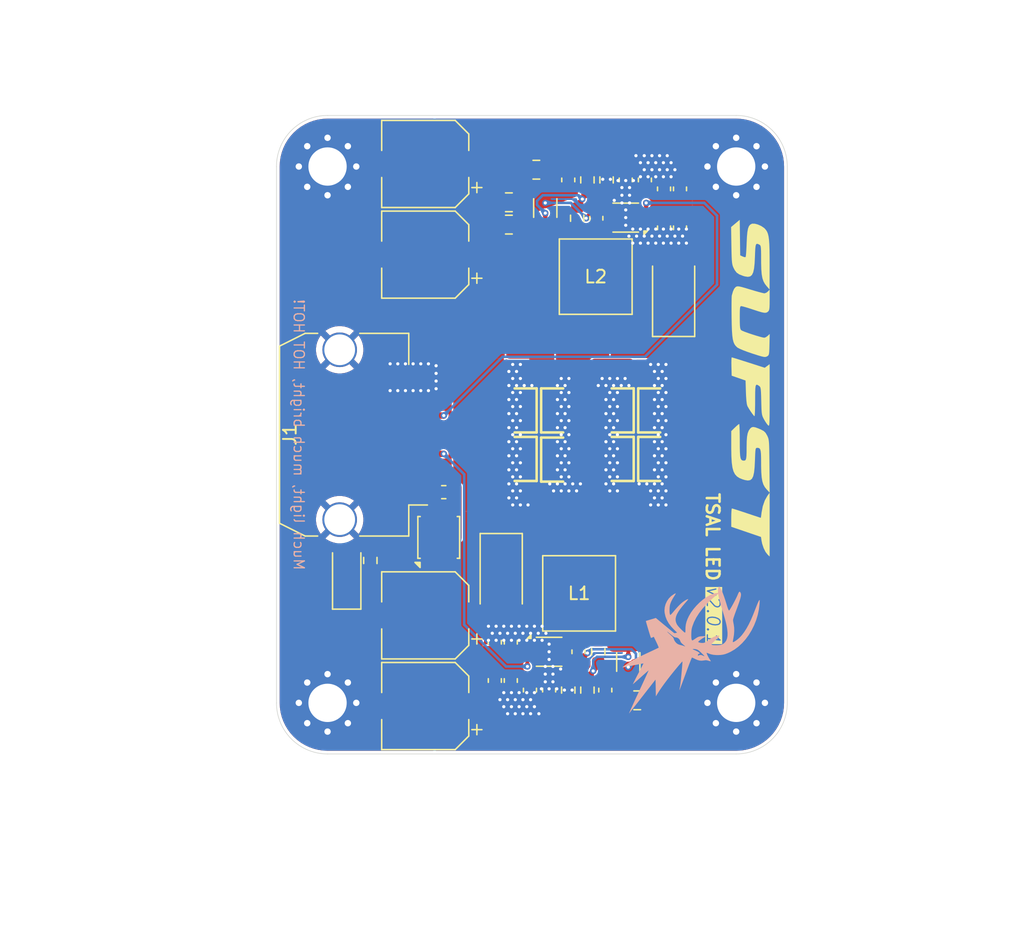
<source format=kicad_pcb>
(kicad_pcb (version 20241229) (generator "pcbnew") (generator_version "9.0")
  (title_block (title "TSAL LED Driver") (date "2025-12-06") (rev "2.0.1") (comment 1 "STAG 12") (comment 2 "Ray Wang"))
  (layers (0 "F.Cu" signal) (4 "In1.Cu" signal) (6 "In2.Cu" signal) (2 "B.Cu" signal) (13 "F.Paste" user) (15 "B.Paste" user) (5 "F.SilkS" user "F.Silkscreen") (7 "B.SilkS" user "B.Silkscreen") (1 "F.Mask" user) (3 "B.Mask" user) (25 "Edge.Cuts" user))
  (net 0 "")
  (net 1 "GLV")
  (net 2 "Net-(IC1-CSN)")
  (net 3 "GND")
  (net 4 "Net-(IC1-VCC)")
  (net 5 "Net-(C11-Pad1)")
  (net 6 "Net-(D1-A)")
  (net 7 "Net-(C12-Pad1)")
  (net 8 "Net-(IC1-COMP)")
  (net 9 "Net-(L1-Pad2)")
  (net 10 "/GRN-")
  (net 11 "/G_EN")
  (net 12 "/R_EN")
  (net 13 "Net-(IC2-VCC)")
  (net 14 "Net-(D2-A)")
  (net 15 "Net-(IC2-CSN)")
  (net 16 "/RED-")
  (net 17 "Net-(D3-K)")
  (net 18 "Net-(D10-A)")
  (net 19 "Net-(IC2-COMP)")
  (net 20 "Net-(L2-Pad2)")
  (net 21 "/RPP_G")
  (net 22 "/Vin")
  (net 23 "/Vin_fused")
  (footprint "MountingHole:MountingHole_3mm_Pad_Via" (layer "F.Cu") (at 147.15 40)
    (property "Reference" "H2" (hide yes))
    (property "Value" "MountingHole_Pad")
  )
  (footprint "MountingHole:MountingHole_3mm_Pad_Via" (layer "F.Cu") (at 179.15 40)
    (property "Reference" "H3" (hide yes))
    (property "Value" "MountingHole_Pad")
  )
  (footprint "Resistor_SMD:R_1206_3216Metric" (layer "F.Cu") (at 170.7 78.8 -90)
    (property "Reference" "R7" (hide yes))
    (property "Value" "200m")
  )
  (footprint "Capacitor_SMD:C_0603_1608Metric" (layer "F.Cu") (at 174.75 44.8 90)
    (property "Reference" "C4" (hide yes))
    (property "Value" "10u")
  )
  (footprint "Capacitor_SMD:C_0603_1608Metric" (layer "F.Cu") (at 173.5 41.75 90)
    (property "Reference" "C7" (hide yes))
    (property "Value" "10u")
  )
  (footprint "Resistor_SMD:R_1206_3216Metric" (layer "F.Cu") (at 164.2 43.25 90)
    (property "Reference" "R8" (hide yes))
    (property "Value" "200m")
  )
  (footprint "Capacitor_SMD:C_0603_1608Metric" (layer "F.Cu") (at 161.5 80.25 -90)
    (property "Reference" "C3" (hide yes))
    (property "Value" "10u")
  )
  (footprint "Resistor_SMD:R_0603_1608Metric" (layer "F.Cu") (at 167.5 81 -90)
    (property "Reference" "R5" (hide yes))
    (property "Value" "100")
  )
  (footprint "Resistor_SMD:R_0603_1608Metric" (layer "F.Cu") (at 166 81 90)
    (property "Reference" "R1" (hide yes))
    (property "Value" "100")
  )
  (footprint "Diode_SMD:D_MiniMELF" (layer "F.Cu") (at 148.65 72 90)
    (property "Reference" "D11" (hide yes))
    (property "Value" "BZV55B6V2")
  )
  (footprint "SUFST:sufst-text" (layer "F.Cu") (at 180.3 57.35 -90)
    (property "Reference" "G***" (hide yes))
    (property "Value" "LOGO" (hide yes))
  )
  (footprint "Package_SO:Vishay_PowerPAK_1212-8_Single" (layer "F.Cu") (at 155.8575 69.045 90)
    (property "Reference" "Q1" (hide yes))
    (property "Value" "SiS413DNT")
  )
  (footprint "SUFST:Luminus_SST10_20_3030_pad" (layer "F.Cu") (at 173.2 59.1)
    (property "Reference" "D5" (hide yes))
    (property "Value" "SST-20-DR-A120" (hide yes))
  )
  (footprint "Capacitor_SMD:C_0603_1608Metric" (layer "F.Cu") (at 168.9 81 90)
    (property "Reference" "C15" (hide yes))
    (property "Value" "0.1u")
  )
  (footprint "Capacitor_SMD:C_0603_1608Metric" (layer "F.Cu") (at 174.75 41.75 90)
    (property "Reference" "C5" (hide yes))
    (property "Value" "10u")
  )
  (footprint "Capacitor_SMD:CP_Elec_6.3x7.7" (layer "F.Cu") (at 154.8 82.25 180)
    (property "Reference" "C24" (hide yes))
    (property "Value" "47u")
  )
  (footprint "Capacitor_SMD:C_0603_1608Metric" (layer "F.Cu") (at 170.5 41.05 -90)
    (property "Reference" "C12" (hide yes))
    (property "Value" "1n")
  )
  (footprint "Capacitor_SMD:C_0805_2012Metric" (layer "F.Cu") (at 171.4 81.8 180)
    (property "Reference" "C21" (hide yes))
    (property "Value" "22u")
  )
  (footprint "Capacitor_SMD:C_0805_2012Metric" (layer "F.Cu") (at 173.55 77.5 180)
    (property "Reference" "C17" (hide yes))
    (property "Value" "22u")
  )
  (footprint "Fuse:Fuse_0603_1608Metric" (layer "F.Cu") (at 156.25 65.5)
    (property "Reference" "F1" (hide yes))
    (property "Value" "500mA")
  )
  (footprint "Package_SON:Texas_DSG0008A_WSON-8-1EP_2x2mm_P0.5mm_EP0.9x1.6mm" (layer "F.Cu") (at 170.5 44 180)
    (property "Reference" "IC2" (hide yes))
    (property "Value" "TPS922051D2DSGR")
  )
  (footprint "Capacitor_SMD:C_0603_1608Metric" (layer "F.Cu") (at 161.5 77.25 -90)
    (property "Reference" "C6" (hide yes))
    (property "Value" "0.1u")
  )
  (footprint "Capacitor_SMD:C_0603_1608Metric" (layer "F.Cu") (at 163 81 -90)
    (property "Reference" "C9" (hide yes))
    (property "Value" "0.1u")
  )
  (footprint "Capacitor_SMD:CP_Elec_6.3x7.7" (layer "F.Cu") (at 154.8 46.9 180)
    (property "Reference" "C23" (hide yes))
    (property "Value" "47u")
  )
  (footprint "Capacitor_SMD:C_0603_1608Metric" (layer "F.Cu") (at 164.5 81 90)
    (property "Reference" "C11" (hide yes))
    (property "Value" "1n")
  )
  (footprint "SUFST:Luminus_SST10_20_3030_pad" (layer "F.Cu") (at 161.8 59.1 180)
    (property "Reference" "D3" (hide yes))
    (property "Value" "SST-10-G-A120" (hide yes))
  )
  (footprint "MountingHole:MountingHole_3mm_Pad_Via" (layer "F.Cu") (at 147.15 82)
    (property "Reference" "H1" (hide yes))
    (property "Value" "MountingHole_Pad")
  )
  (footprint "SUFST:Luminus_SST10_20_3030_pad" (layer "F.Cu") (at 173.2 62.9)
    (property "Reference" "D6" (hide yes))
    (property "Value" "SST-20-DR-A120" (hide yes))
  )
  (footprint "Resistor_SMD:R_0603_1608Metric" (layer "F.Cu") (at 167.5 41.05 90)
    (property "Reference" "R6" (hide yes))
    (property "Value" "100")
  )
  (footprint "Resistor_SMD:R_0603_1608Metric" (layer "F.Cu") (at 169 41.05 -90)
    (property "Reference" "R2" (hide yes))
    (property "Value" "100")
  )
  (footprint "Capacitor_SMD:C_0603_1608Metric" (layer "F.Cu") (at 172 41.05 90)
    (property "Reference" "C10" (hide yes))
    (property "Value" "0.1u")
  )
  (footprint "Inductor_SMD:L_Coilcraft_XAL5050-XXX" (layer "F.Cu") (at 166.85 73.425)
    (property "Reference" "L1")
    (property "Value" "22u")
  )
  (footprint "Diode_SMD:D_SMA" (layer "F.Cu") (at 174.25 49.8 90)
    (property "Reference" "D2" (hide yes))
    (property "Value" "SS34")
  )
  (footprint "Package_SON:Texas_DSG0008A_WSON-8-1EP_2x2mm_P0.5mm_EP0.9x1.6mm" (layer "F.Cu") (at 164.5 78)
    (property "Reference" "IC1" (hide yes))
    (property "Value" "TPS922051D2DSGR")
  )
  (footprint "SUFST:Luminus_SST10_20_3030_pad" (layer "F.Cu") (at 165.6 59.1)
    (property "Reference" "D9" (hide yes))
    (property "Value" "SST-20-DR-A120" (hide yes))
  )
  (footprint "Capacitor_SMD:C_0603_1608Metric" (layer "F.Cu") (at 160.25 80.25 -90)
    (property "Reference" "C1" (hide yes))
    (property "Value" "10u")
  )
  (footprint "Inductor_SMD:L_Coilcraft_XAL5050-XXX" (layer "F.Cu") (at 168.15 48.625 180)
    (property "Reference" "L2")
    (property "Value" "22u")
  )
  (footprint "MountingHole:MountingHole_3mm_Pad_Via" (layer "F.Cu") (at 179.15 82)
    (property "Reference" "H4" (hide yes))
    (property "Value" "MountingHole_Pad")
  )
  (footprint "Capacitor_SMD:C_0603_1608Metric" (layer "F.Cu") (at 160.25 77.25 -90)
    (property "Reference" "C2" (hide yes))
    (property "Value" "10u")
  )
  (footprint "Capacitor_SMD:C_0603_1608Metric" (layer "F.Cu") (at 168.2 44.05 90)
    (property "Reference" "C14" (hide yes))
    (property "Value" "1n")
  )
  (footprint "Resistor_SMD:R_0603_1608Metric" (layer "F.Cu") (at 150.5 70.85 90)
    (property "Reference" "R9" (hide yes))
    (property "Value" "1k5")
  )
  (footprint "Connector_Molex:Molex_Micro-Fit_3.0_43650-0410_1x04-1MP_P3.00mm_Horizontal" (layer "F.Cu") (at 148.45 61 90)
    (property "Reference" "J1")
    (property "Value" "Conn_01x04")
  )
  (footprint "SUFST:Luminus_SST10_20_3030_pad" (layer "F.Cu") (at 169.4 62.9 180)
    (property "Reference" "D8" (hide yes))
    (property "Value" "SST-10-G-A120" (hide yes))
  )
  (footprint "Capacitor_SMD:CP_Elec_6.3x7.7" (layer "F.Cu") (at 154.8 39.8 180)
    (property "Reference" "C26" (hide yes))
    (property "Value" "47u")
  )
  (footprint "Resistor_SMD:R_0603_1608Metric" (layer "F.Cu") (at 166.7 44.05 90)
    (property "Reference" "R4" (hide yes))
    (property "Value" "100")
  )
  (footprint "Capacitor_SMD:C_0805_2012Metric" (layer "F.Cu") (at 163.5 40.25)
    (property "Reference" "C22" (hide yes))
    (property "Value" "22u")
  )
  (footprint "Capacitor_SMD:CP_Elec_6.3x7.7" (layer "F.Cu") (at 154.8 75.15 180)
    (property "Reference" "C25" (hide yes))
    (property "Value" "47u")
  )
  (footprint "SUFST:Luminus_SST10_20_3030_pad" (layer "F.Cu") (at 165.6 62.95)
    (property "Reference" "D10" (hide yes))
    (property "Value" "SST-20-DR-A120" (hide yes))
  )
  (footprint "Diode_SMD:D_SMA" (layer "F.Cu") (at 160.75 72.25 -90)
    (property "Reference" "D1" (hide yes))
    (property "Value" "SS34")
  )
  (footprint "Capacitor_SMD:C_0805_2012Metric" (layer "F.Cu") (at 161.35 44.55)
    (property "Reference" "C18" (hide yes))
    (property "Value" "22u")
  )
  (footprint "Capacitor_SMD:C_0805_2012Metric" (layer "F.Cu") (at 173.55 79.25 180)
    (property "Reference" "C19" (hide yes))
    (property "Value" "22u")
  )
  (footprint "Resistor_SMD:R_0603_1608Metric" (layer "F.Cu") (at 168.35 78 -90)
    (property "Reference" "R3" (hide yes))
    (property "Value" "100")
  )
  (footprint "Capacitor_SMD:C_0603_1608Metric" (layer "F.Cu") (at 173.5 44.8 90)
    (property "Reference" "C8" (hide yes))
    (property "Value" "0.1u")
  )
  (footprint "Capacitor_SMD:C_0603_1608Metric" (layer "F.Cu") (at 166 41.05 -90)
    (property "Reference" "C16" (hide yes))
    (property "Value" "0.1u")
  )
  (footprint "SUFST:Luminus_SST10_20_3030_pad" (layer "F.Cu") (at 161.8 62.9 180)
    (property "Reference" "D4" (hide yes))
    (property "Value" "SST-10-G-A120" (hide yes))
  )
  (footprint "SUFST:Luminus_SST10_20_3030_pad" (layer "F.Cu") (at 169.4 59.1 180)
    (property "Reference" "D7" (hide yes))
    (property "Value" "SST-10-G-A120" (hide yes))
  )
  (footprint "Capacitor_SMD:C_0603_1608Metric" (layer "F.Cu") (at 166.8 78 -90)
    (property "Reference" "C13" (hide yes))
    (property "Value" "1n")
  )
  (footprint "Capacitor_SMD:C_0805_2012Metric" (layer "F.Cu") (at 161.35 42.8)
    (property "Reference" "C20" (hide yes))
    (property "Value" "22u")
  )
  (footprint "SUFST:stag-logo" (layer "B.Cu") (at 175.6 77.9 90)
    (property "Reference" "G***" (hide yes))
    (property "Value" "LOGO" (hide yes))
  )
  (gr_line (start 147.15 36) (end 179.15 36) (stroke (width 0.05)) (layer "Edge.Cuts"))
  (gr_arc (start 143.15 40) (mid 144.321573 37.171573) (end 147.15 36) (stroke (width 0.05)) (layer "Edge.Cuts"))
  (gr_line (start 143.15 82) (end 143.15 40) (stroke (width 0.05)) (layer "Edge.Cuts"))
  (gr_line (start 179.15 86) (end 147.15 86) (stroke (width 0.05)) (layer "Edge.Cuts"))
  (gr_arc (start 179.15 36) (mid 181.978427 37.171573) (end 183.15 40) (stroke (width 0.05)) (layer "Edge.Cuts"))
  (gr_arc (start 183.15 82) (mid 181.978427 84.828427) (end 179.15 86) (stroke (width 0.05)) (layer "Edge.Cuts"))
  (gr_line (start 183.15 40) (end 183.15 82) (stroke (width 0.05)) (layer "Edge.Cuts"))
  (gr_arc (start 147.15 86) (mid 144.321573 84.828427) (end 143.15 82) (stroke (width 0.05)) (layer "Edge.Cuts"))
  (gr_text "v2.0.1" (at 177.35 72.8 270) (layer "F.SilkS" knockout) (effects (font (size 1 1) (thickness 0.1) (italic yes)) (justify left)))
  (gr_text "TSAL LED" (at 177.3 65.45 270) (layer "F.SilkS") (effects (font (size 1 1) (thickness 0.2) (bold yes)) (justify left)))
  (gr_text "Much light, much bright, HOT HOT!" (at 144.9 61 -90) (layer "B.SilkS") (effects (font (size 0.8 0.8) (thickness 0.1)) (justify mirror)))
  (segment (start 151.5 70.15) (end 154.6 70.15) (width 0.2) (layer "F.Cu") (net 1))
  (segment (start 150.85 70.8) (end 151.5 70.15) (width 0.2) (layer "F.Cu") (net 1))
  (segment (start 149.95 70.8) (end 150.85 70.8) (width 0.2) (layer "F.Cu") (net 1))
  (segment (start 148.65 72.1) (end 149.95 70.8) (width 0.2) (layer "F.Cu") (net 1))
  (segment (start 148.65 73.75) (end 148.65 72.1) (width 0.2) (layer "F.Cu") (net 1))
  (segment (start 166.85 77.175) (end 166.8 77.225) (width 0.2) (layer "F.Cu") (net 2))
  (segment (start 166.275 77.75) (end 166.8 77.225) (width 0.2) (layer "F.Cu") (net 2))
  (segment (start 168.35 77.175) (end 166.85 77.175) (width 0.2) (layer "F.Cu") (net 2))
  (segment (start 165.45 77.75) (end 166.275 77.75) (width 0.2) (layer "F.Cu") (net 2))
  (via (at 172.25 39.7) (size 0.5) (drill 0.25) (layers "F.Cu" "B.Cu") (net 3))
  (via (at 173.65 61) (size 0.5) (drill 0.25) (layers "F.Cu" "B.Cu") (net 3))
  (via (at 173.35 58.25) (size 0.5) (drill 0.25) (layers "F.Cu" "B.Cu") (net 3))
  (via (at 169.85 57.7) (size 0.5) (drill 0.25) (layers "F.Cu" "B.Cu") (net 3))
  (via (at 163.9 80.9) (size 0.5) (drill 0.25) (layers "F.Cu" "B.Cu") (net 3))
  (via (at 170.2 41.65) (size 0.5) (drill 0.25) (layers "F.Cu" "B.Cu") (net 3))
  (via (at 173.45 46) (size 0.5) (drill 0.25) (layers "F.Cu" "B.Cu") (net 3))
  (via (at 164.8 79.15) (size 0.5) (drill 0.25) (layers "F.Cu" "B.Cu") (net 3))
  (via (at 166.3 81) (size 0.5) (drill 0.25) (layers "F.Cu" "B.Cu") (net 3))
  (via (at 168.35 57.15) (size 0.5) (drill 0.25) (layers "F.Cu" "B.Cu") (net 3))
  (via (at 162.15 77.1) (size 0.5) (drill 0.25) (layers "F.Cu" "B.Cu") (net 3))
  (via (at 152.05 57.55) (size 0.5) (drill 0.25) (layers "F.Cu" "B.Cu") (net 3))
  (via (at 169.85 56.6) (size 0.5) (drill 0.25) (layers "F.Cu" "B.Cu") (net 3))
  (via (at 174.05 44.9) (size 0.5) (drill 0.25) (layers "F.Cu" "B.Cu") (net 3))
  (via (at 161.65 63.2) (size 0.5) (drill 0.25) (layers "F.Cu" "B.Cu") (net 3))
  (via (at 169.55 58.25) (size 0.5) (drill 0.25) (layers "F.Cu" "B.Cu") (net 3))
  (via (at 161.25 81.75) (size 0.5) (drill 0.25) (layers "F.Cu" "B.Cu") (net 3))
  (via (at 162.45 82.85) (size 0.5) (drill 0.25) (layers "F.Cu" "B.Cu") (net 3))
  (via (at 162.75 82.3) (size 0.5) (drill 0.25) (layers "F.Cu" "B.Cu") (net 3))
  (via (at 161.65 55.5) (size 0.5) (drill 0.25) (layers "F.Cu" "B.Cu") (net 3))
  (via (at 161.35 63.75) (size 0.5) (drill 0.25) (layers "F.Cu" "B.Cu") (net 3))
  (via (at 161.95 58.25) (size 0.5) (drill 0.25) (layers "F.Cu" "B.Cu") (net 3))
  (via (at 170.5 44.6) (size 0.5) (drill 0.25) (layers "F.Cu" "B.Cu") (net 3))
  (via (at 173.05 56.6) (size 0.5) (drill 0.25) (layers "F.Cu" "B.Cu") (net 3))
  (via (at 161.65 59.9) (size 0.5) (drill 0.25) (layers "F.Cu" "B.Cu") (net 3))
  (via (at 169.55 60.45) (size 0.5) (drill 0.25) (layers "F.Cu" "B.Cu") (net 3))
  (via (at 172.75 63.75) (size 0.5) (drill 0.25) (layers "F.Cu" "B.Cu") (net 3))
  (via (at 173.05 59.9) (size 0.5) (drill 0.25) (layers "F.Cu" "B.Cu") (net 3))
  (via (at 160.95 81.2) (size 0.5) (drill 0.25) (layers "F.Cu" "B.Cu") (net 3))
  (via (at 166.65 65.4) (size 0.5) (drill 0.25) (layers "F.Cu" "B.Cu") (net 3))
  (via (at 165.45 62.1) (size 0.5) (drill 0.25) (layers "F.Cu" "B.Cu") (net 3))
  (via (at 165.15 57.15) (size 0.5) (drill 0.25) (layers "F.Cu" "B.Cu") (net 3))
  (via (at 170.5 41.1) (size 0.5) (drill 0.25) (layers "F.Cu" "B.Cu") (net 3))
  (via (at 152.65 57.55) (size 0.5) (drill 0.25) (layers "F.Cu" "B.Cu") (net 3))
  (via (at 173.05 62.1) (size 0.5) (drill 0.25) (layers "F.Cu" "B.Cu") (net 3))
  (via (at 161.35 59.35) (size 0.5) (drill 0.25) (layers "F.Cu" "B.Cu") (net 3))
  (via (at 166.95 64.85) (size 0.5) (drill 0.25) (layers "F.Cu" "B.Cu") (net 3))
  (via (at 161.95 59.35) (size 0.5) (drill 0.25) (layers "F.Cu" "B.Cu") (net 3))
  (via (at 165.15 62.65) (size 0.5) (drill 0.25) (layers "F.Cu" "B.Cu") (net 3))
  (via (at 168.95 58.25) (size 0.5) (drill 0.25) (layers "F.Cu" "B.Cu") (net 3))
  (via (at 172.75 64.85) (size 0.5) (drill 0.25) (layers "F.Cu" "B.Cu") (net 3))
  (via (at 171.05 46) (size 0.5) (drill 0.25) (layers "F.Cu" "B.Cu") (net 3))
  (via (at 162.25 55.5) (size 0.5) (drill 0.25) (layers "F.Cu" "B.Cu") (net 3))
  (via (at 161.55 77.1) (size 0.5) (drill 0.25) (layers "F.Cu" "B.Cu") (net 3))
  (via (at 153.85 57.55) (size 0.5) (drill 0.25) (layers "F.Cu" "B.Cu") (net 3))
  (via (at 161.25 82.85) (size 0.5) (drill 0.25) (layers "F.Cu" "B.Cu") (net 3))
  (via (at 159.75 76) (size 0.5) (drill 0.25) (layers "F.Cu" "B.Cu") (net 3))
  (via (at 170.8 42.85) (size 0.5) (drill 0.25) (layers "F.Cu" "B.Cu") (net 3))
  (via (at 171.65 46) (size 0.5) (drill 0.25) (layers "F.Cu" "B.Cu") (net 3))
  (via (at 169.85 59.9) (size 0.5) (drill 0.25) (layers "F.Cu" "B.Cu") (net 3))
  (via (at 169.25 59.9) (size 0.5) (drill 0.25) (layers "F.Cu" "B.Cu") (net 3))
  (via (at 165.7 81) (size 0.5) (drill 0.25) (layers "F.Cu" "B.Cu") (net 3))
  (via (at 155.05 55.45) (size 0.5) (drill 0.25) (layers "F.Cu" "B.Cu") (net 3))
  (via (at 165.75 64.85) (size 0.5) (drill 0.25) (layers "F.Cu" "B.Cu") (net 3))
  (via (at 173.45 39.7) (size 0.5) (drill 0.25) (layers "F.Cu" "B.Cu") (net 3))
  (via (at 170.2 42.85) (size 0.5) (drill 0.25) (layers "F.Cu" "B.Cu") (net 3))
  (via (at 173.15 39.15) (size 0.5) (drill 0.25) (layers "F.Cu" "B.Cu") (net 3))
  (via (at 162.15 81.2) (size 0.5) (drill 0.25) (layers "F.Cu" "B.Cu") (net 3))
  (via (at 169.25 56.6) (size 0.5) (drill 0.25) (layers "F.Cu" "B.Cu") (net 3))
  (via (at 172.75 57.15) (size 0.5) (drill 0.25) (layers "F.Cu" "B.Cu") (net 3))
  (via (at 169.55 57.15) (size 0.5) (drill 0.25) (layers "F.Cu" "B.Cu") (net 3))
  (via (at 162.25 65.4) (size 0.5) (drill 0.25) (layers "F.Cu" "B.Cu") (net 3))
  (via (at 173.35 63.75) (size 0.5) (drill 0.25) (layers "F.Cu" "B.Cu") (net 3))
  (via (at 162.25 63.2) (size 0.5) (drill 0.25) (layers "F.Cu" "B.Cu") (net 3))
  (via (at 166.05 56.6) (size 0.5) (drill 0.25) (layers "F.Cu" "B.Cu") (net 3))
  (via (at 161.95 65.95) (size 0.5) (drill 0.25) (layers "F.Cu" "B.Cu") (net 3))
  (via (at 172.15 64.85) (size 0.5) (drill 0.25) (layers "F.Cu" "B.Cu") (net 3))
  (via (at 161.65 61) (size 0.5) (drill 0.25) (layers "F.Cu" "B.Cu") (net 3))
  (via (at 161.65 57.7) (size 0.5) (drill 0.25) (layers "F.Cu" "B.Cu") (net 3))
  (via (at 165.45 63.2) (size 0.5) (drill 0.25) (layers "F.Cu" "B.Cu") (net 3))
  (via (at 172.25 40.8) (size 0.5) (drill 0.25) (layers "F.Cu" "B.Cu") (net 3))
  (via (at 172.85 39.7) (size 0.5) (drill 0.25) (layers "F.Cu" "B.Cu") (net 3))
  (via (at 161.95 63.75) (size 0.5) (drill 0.25) (layers "F.Cu" "B.Cu") (net 3))
  (via (at 172.75 56.05) (size 0.5) (drill 0.25) (layers "F.Cu" "B.Cu") (net 3))
  (via (at 170.15 57.15) (size 0.5) (drill 0.25) (layers "F.Cu" "B.Cu") (net 3))
  (via (at 169.25 61) (size 0.5) (drill 0.25) (layers "F.Cu" "B.Cu") (net 3))
  (via (at 171.55 64.85) (size 0.5) (drill 0.25) (layers "F.Cu" "B.Cu") (net 3))
  (via (at 173.15 45.45) (size 0.5) (drill 0.25) (layers "F.Cu" "B.Cu") (net 3))
  (via (at 160.05 76.55) (size 0.5) (drill 0.25) (layers "F.Cu" "B.Cu") (net 3))
  (via (at 161.35 56.05) (size 0.5) (drill 0.25) (layers "F.Cu" "B.Cu") (net 3))
  (via (at 166.05 65.4) (size 0.5) (drill 0.25) (layers "F.Cu" "B.Cu") (net 3))
  (via (at 155.65 55.6) (size 0.5) (drill 0.25) (layers "F.Cu" "B.Cu") (net 3))
  (via (at 169.85 58.8) (size 0.5) (drill 0.25) (layers "F.Cu" "B.Cu") (net 3))
  (via (at 160.35 76) (size 0.5) (drill 0.25) (layers "F.Cu" "B.Cu") (net 3))
  (via (at 165.75 60.45) (size 0.5) (drill 0.25) (layers "F.Cu" "B.Cu") (net 3))
  (via (at 165.15 63.75) (size 0.5) (drill 0.25) (layers "F.Cu" "B.Cu") (net 3))
  (via (at 163.7 82.85) (size 0.5) (drill 0.25) (layers "F.Cu" "B.Cu") (net 3))
  (via (at 165.75 63.75) (size 0.5) (drill 0.25) (layers "F.Cu" "B.Cu") (net 3))
  (via (at 160.65 76.55) (size 0.5) (drill 0.25) (layers "F.Cu" "B.Cu") (net 3))
  (via (at 165.15 64.85) (size 0.5) (drill 0.25) (layers "F.Cu" "B.Cu") (net 3))
  (via (at 172.85 44.9) (size 0.5) (drill 0.25) (layers "F.Cu" "B.Cu") (net 3))
  (via (at 161.85 81.75) (size 0.5) (drill 0.25) (layers "F.Cu" "B.Cu") (net 3))
  (via (at 170.75 57.15) (size 0.5) (drill 0.25) (layers "F.Cu" "B.Cu") (net 3))
  (via (at 164.2 79.15) (size 0.5) (drill 0.25) (layers "F.Cu" "B.Cu") (net 3))
  (via (at 171.05 44.9) (size 0.5) (drill 0.25) (layers "F.Cu" "B.Cu") (net 3))
  (via (at 172.55 39.15) (size 0.5) (drill 0.25) (layers "F.Cu" "B.Cu") (net 3))
  (via (at 172.55 45.45) (size 0.5) (drill 0.25) (layers "F.Cu" "B.Cu") (net 3))
  (via (at 166.05 63.2) (size 0.5) (drill 0.25) (layers "F.Cu" "B.Cu") (net 3))
  (via (at 173.65 59.9) (size 0.5) (drill 0.25) (layers "F.Cu" "B.Cu") (net 3))
  (via (at 171.65 39.7) (size 0.5) (drill 0.25) (layers "F.Cu" "B.Cu") (net 3))
  (via (at 174.05 46) (size 0.5) (drill 0.25) (layers "F.Cu" "B.Cu") (net 3))
  (via (at 164.5 78.6) (size 0.5) (drill 0.25) (layers "F.Cu" "B.Cu") (net 3))
  (via (at 161.65 65.4) (size 0.5) (drill 0.25) (layers "F.Cu" "B.Cu") (net 3))
  (via (at 171.95 40.25) (size 0.5) (drill 0.25) (layers "F.Cu" "B.Cu") (net 3))
  (via (at 172.45 65.4) (size 0.5) (drill 0.25) (layers "F.Cu" "B.Cu") (net 3))
  (via (at 170.2 42.25) (size 0.5) (drill 0.25) (layers "F.Cu" "B.Cu") (net 3))
  (via (at 162.25 62.1) (size 0.5) (drill 0.25) (layers "F.Cu" "B.Cu") (net 3))
  (via (at 173.15 40.25) (size 0.5) (drill 0.25) (layers "F.Cu" "B.Cu") (net 3))
  (via (at 172.75 62.65) (size 0.5) (drill 0.25) (layers "F.Cu" "B.Cu") (net 3))
  (via (at 173.75 45.45) (size 0.5) (drill 0.25) (layers "F.Cu" "B.Cu") (net 3))
  (via (at 173.35 60.45) (size 0.5) (drill 0.25) (layers "F.Cu" "B.Cu") (net 3))
  (via (at 162.15 76) (size 0.5) (drill 0.25) (layers "F.Cu" "B.Cu") (net 3))
  (via (at 171.95 39.15) (size 0.5) (drill 0.25) (layers "F.Cu" "B.Cu") (net 3))
  (via (at 171.35 45.45) (size 0.5) (drill 0.25) (layers "F.Cu" "B.Cu") (net 3))
  (via (at 163.35 76) (size 0.5) (drill 0.25) (layers "F.Cu" "B.Cu") (net 3))
  (via (at 173.35 59.35) (size 0.5) (drill 0.25) (layers "F.Cu" "B.Cu") (net 3))
  (via (at 164.8 80.35) (size 0.5) (drill 0.25) (layers "F.Cu" "B.Cu") (net 3))
  (via (at 168.95 64.85) (size 0.5) (drill 0.25) (layers "F.Cu" "B.Cu") (net 3))
  (via (at 165.45 65.4) (size 0.5) (drill 0.25) (layers "F.Cu" "B.Cu") (net 3))
  (via (at 162.25 64.3) (size 0.5) (drill 0.25) (layers "F.Cu" "B.Cu") (net 3))
  (via (at 172.75 58.25) (size 0.5) (drill 0.25) (layers "F.Cu" "B.Cu") (net 3))
  (via (at 163.65 76.55) (size 0.5) (drill 0.25) (layers "F.Cu" "B.Cu") (net 3))
  (via (at 161.95 64.85) (size 0.5) (drill 0.25) (layers "F.Cu" "B.Cu") (net 3))
  (via (at 173.45 40.8) (size 0.5) (drill 0.25) (layers "F.Cu" "B.Cu") (net 3))
  (via (at 169.25 57.7) (size 0.5) (drill 0.25) (layers "F.Cu" "B.Cu") (net 3))
  (via (at 163.95 77.1) (size 0.5) (drill 0.25) (layers "F.Cu" "B.Cu") (net 3))
  (via (at 162.25 61) (size 0.5) (drill 0.25) (layers "F.Cu" "B.Cu") (net 3))
  (via (at 172.45 55.5) (size 0.5) (drill 0.25) (layers "F.Cu" "B.Cu") (net 3))
  (via (at 164.2 80.35) (size 0.5) (drill 0.25) (layers "F.Cu" "B.Cu") (net 3))
  (via (at 165.15 61.55) (size 0.5) (drill 0.25) (layers "F.Cu" "B.Cu") (net 3))
  (via (at 164.5 78) (size 0.5) (drill 0.25) (layers "F.Cu" "B.Cu") (net 3))
  (via (at 162.75 77.1) (size 0.5) (drill 0.25) (layers "F.Cu" "B.Cu") (net 3))
  (via (at 165.4 79.35) (size 0.5) (drill 0.25) (layers "F.Cu" "B.Cu") (net 3))
  (via (at 161.35 65.95) (size 0.5) (drill 0.25) (layers "F.Cu" "B.Cu") (net 3))
  (via (at 173.65 62.1) (size 0.5) (drill 0.25) (layers "F.Cu" "B.Cu") (net 3))
  (via (at 161.35 60.45) (size 0.5) (drill 0.25) (layers "F.Cu" "B.Cu") (net 3))
  (via (at 165.45 61) (size 0.5) (drill 0.25) (layers "F.Cu" "B.Cu") (net 3))
  (via (at 164.55 64.85) (size 0.5) (drill 0.25) (layers "F.Cu" "B.Cu") (net 3))
  (via (at 155.65 57.4) (size 0.5) (drill 0.25) (layers "F.Cu" "B.Cu") (net 3))
  (via (at 153.25 55.45) (size 0.5) (drill 0.25) (layers "F.Cu" "B.Cu") (net 3))
  (via (at 164.5 77.4) (size 0.5) (drill 0.25) (layers "F.Cu" "B.Cu") (net 3))
  (via (at 169.85 64.3) (size 0.5) (drill 0.25) (layers "F.Cu" "B.Cu") (net 3))
  (via (at 161.95 60.45) (size 0.5) (drill 0.25) (layers "F.Cu" "B.Cu") (net 3))
  (via (at 164.25 76.55) (size 0.5) (drill 0.25) (layers "F.Cu" "B.Cu") (net 3))
  (via (at 171.65 44.9) (size 0.5) (drill 0.25) (layers "F.Cu" "B.Cu") (net 3))
  (via (at 168.95 59.35) (size 0.5) (drill 0.25) (layers "F.Cu" "B.Cu") (net 3))
  (via (at 168.95 60.45) (size 0.5) (drill 0.25) (layers "F.Cu" "B.Cu") (net 3))
  (via (at 168.7 41) (size 0.5) (drill 0.25) (layers "F.Cu" "B.Cu") (net 3))
  (via (at 163.35 77.1) (size 0.5) (drill 0.25) (layers "F.Cu" "B.Cu") (net 3))
  (via (at 161.35 58.25) (size 0.5) (drill 0.25) (layers "F.Cu" "B.Cu") (net 3))
  (via (at 169.55 63.75) (size 0.5) (drill 0.25) (layers "F.Cu" "B.Cu") (net 3))
  (via (at 170.8 42.25) (size 0.5) (drill 0.25) (layers "F.Cu" "B.Cu") (net 3))
  (via (at 154.45 57.55) (size 0.5) (drill 0.25) (layers "F.Cu" "B.Cu") (net 3))
  (via (at 173.65 63.2) (size 0.5) (drill 0.25) (layers "F.Cu" "B.Cu") (net 3))
  (via (at 173.35 61.55) (size 0.5) (drill 0.25) (layers "F.Cu" "B.Cu") (net 3))
  (via (at 172.75 59.35) (size 0.5) (drill 0.25) (layers "F.Cu" "B.Cu") (net 3))
  (via (at 165.45 59.9) (size 0.5) (drill 0.25) (layers "F.Cu" "B.Cu") (net 3))
  (via (at 161.55 76) (size 0.5) (drill 0.25) (layers "F.Cu" "B.Cu") (net 3))
  (via (at 173.05 65.4) (size 0.5) (drill 0.25) (layers "F.Cu" "B.Cu") (net 3))
  (via (at 152.65 55.45) (size 0.5) (drill 0.25) (layers "F.Cu" "B.Cu") (net 3))
  (via (at 165.45 64.3) (size 0.5) (drill 0.25) (layers "F.Cu" "B.Cu") (net 3))
  (via (at 162.25 59.9) (size 0.5) (drill 0.25) (layers "F.Cu" "B.Cu") (net 3))
  (via (at 166.05 61) (size 0.5) (drill 0.25) (layers "F.Cu" "B.Cu") (net 3))
  (via (at 165.75 57.15) (size 0.5) (drill 0.25) (layers "F.Cu" "B.Cu") (net 3))
  (via (at 162.25 56.6) (size 0.5) (drill 0.25) (layers "F.Cu" "B.Cu") (net 3))
  (via (at 161.35 64.85) (size 0.5) (drill 0.25) (layers "F.Cu" "B.Cu") (net 3))
  (via (at 169.25 65.4) (size 0.5) (drill 0.25) (layers "F.Cu" "B.Cu") (net 3))
  (via (at 175.25 46) (size 0.5) (drill 0.25) (layers "F.Cu" "B.Cu") (net 3))
  (via (at 173.35 65.95) (size 0.5) (drill 0.25) (layers "F.Cu" "B.Cu") (net 3))
  (via (at 161.85 82.85) (size 0.5) (drill 0.25) (layers "F.Cu" "B.Cu") (net 3))
  (via (at 169.85 63.2) (size 0.5) (drill 0.25) (layers "F.Cu" "B.Cu") (net 3))
  (via (at 165.15 59.35) (size 0.5) (drill 0.25) (layers "F.Cu" "B.Cu") (net 3))
  (via (at 171.95 45.45) (size 0.5) (drill 0.25) (layers "F.Cu" "B.Cu") (net 3))
  (via (at 173.35 56.05) (size 0.5) (drill 0.25) (layers "F.Cu" "B.Cu") (net 3))
  (via (at 173.65 56.6) (size 0.5) (drill 0.25) (layers "F.Cu" "B.Cu") (net 3))
  (via (at 169.85 61) (size 0.5) (drill 0.25) (layers "F.Cu" "B.Cu") (net 3))
  (via (at 161.95 62.65) (size 0.5) (drill 0.25) (layers "F.Cu" "B.Cu") (net 3))
  (via (at 164.8 79.75) (size 0.5) (drill 0.25) (layers "F.Cu" "B.Cu") (net 3))
  (via (at 174.05 40.8) (size 0.5) (drill 0.25) (layers "F.Cu" "B.Cu") (net 3))
  (via (at 173.05 55.5) (size 0.5) (drill 0.25) (layers "F.Cu" "B.Cu") (net 3))
  (via (at 166.05 57.7) (size 0.5) (drill 0.25) (layers "F.Cu" "B.Cu") (net 3))
  (via (at 169.6 42.65) (size 0.5) (drill 0.25) (layers "F.Cu" "B.Cu") (net 3))
  (via (at 163.15 57.15) (size 0.5) (drill 0.25) (layers "F.Cu" "B.Cu") (net 3))
  (via (at 175.25 44.9) (size 0.5) (drill 0.25) (layers "F.Cu" "B.Cu") (net 3))
  (via (at 165.15 60.45) (size 0.5) (drill 0.25) (layers "F.Cu" "B.Cu") (net 3))
  (via (at 168.95 61.55) (size 0.5) (drill 0.25) (layers "F.Cu" "B.Cu") (net 3))
  (via (at 155.65 56.8) (size 0.5) (drill 0.25) (layers "F.Cu" "B.Cu") (net 3))
  (via (at 165.75 61.55) (size 0.5) (drill 0.25) (layers "F.Cu" "B.Cu") (net 3))
  (via (at 163.05 82.85) (size 0.5) (drill 0.25) (layers "F.Cu" "B.Cu") (net 3))
  (via (at 165.1 80.9) (size 0.5) (drill 0.25) (layers "F.Cu" "B.Cu") (net 3))
  (via (at 169.55 64.85) (size 0.5) (drill 0.25) (layers "F.Cu" "B.Cu") (net 3))
  (via (at 173.35 57.15) (size 0.5) (drill 0.25) (layers "F.Cu" "B.Cu") (net 3))
  (via (at 165.75 58.25) (size 0.5) (drill 0.25) (layers "F.Cu" "B.Cu") (net 3))
  (via (at 169.25 62.1) (size 0.5) (drill 0.25) (layers "F.Cu" "B.Cu") (net 3))
  (via (at 166.05 58.8) (size 0.5) (drill 0.25) (layers "F.Cu" "B.Cu") (net 3))
  (via (at 169.9 41.1) (size 0.5) (drill 0.25) (layers "F.Cu" "B.Cu") (net 3))
  (via (at 162.75 76) (size 0.5) (drill 0.25) (layers "F.Cu" "B.Cu") (net 3))
  (via (at 161.55 81.2) (size 0.5) (drill 0.25) (layers "F.Cu" "B.Cu") (net 3))
  (via (at 172.75 65.95) (size 0.5) (drill 0.25) (layers "F.Cu" "B.Cu") (net 3))
  (via (at 168.95 63.75) (size 0.5) (drill 0.25) (layers "F.Cu" "B.Cu") (net 3))
  (via (at 166.05 59.9) (size 0.5) (drill 0.25) (layers "F.Cu" "B.Cu") (net 3))
  (via (at 169.25 58.8) (size 0.5) (drill 0.25) (layers "F.Cu" "B.Cu") (net 3))
  (via (at 164.85 65.4) (size 0.5) (drill 0.25) (layers "F.Cu" "B.Cu") (net 3))
  (via (at 165.45 56.6) (size 0.5) (drill 0.25) (layers "F.Cu" "B.Cu") (net 3))
  (via (at 173.65 55.5) (size 0.5) (drill 0.25) (layers "F.Cu" "B.Cu") (net 3))
  (via (at 173.05 63.2) (size 0.5) (drill 0.25) (layers "F.Cu" "B.Cu") (net 3))
  (via (at 165.45 58.8) (size 0.5) (drill 0.25) (layers "F.Cu" "B.Cu") (net 3))
  (via (at 163.35 81.2) (size 0.5) (drill 0.25) (layers "F.Cu" "B.Cu") (net 3))
  (via (at 155.05 57.55) (size 0.5) (drill 0.25) (layers "F.Cu" "B.Cu") (net 3))
  (via (at 174.95 45.45) (size 0.5) (drill 0.25) (layers "F.Cu" "B.Cu") (net 3))
  (via (at 173.65 65.4) (size 0.5) (drill 0.25) (layers "F.Cu" "B.Cu") (net 3))
  (via (at 174.65 46) (size 0.5) (drill 0.25) (layers "F.Cu" "B.Cu") (net 3))
  (via (at 161.95 56.05) (size 0.5) (drill 0.25) (layers "F.Cu" "B.Cu") (net 3))
  (via (at 172.55 40.25) (size 0.5) (drill 0.25) (layers "F.Cu" "B.Cu") (net 3))
  (via (at 165.45 57.7) (size 0.5) (drill 0.25) (layers "F.Cu" "B.Cu") (net 3))
  (via (at 166.05 62.1) (size 0.5) (drill 0.25) (layers "F.Cu" "B.Cu") (net 3))
  (via (at 162.75 81.2) (size 0.5) (drill 0.25) (layers "F.Cu" "B.Cu") (net 3))
  (via (at 172.75 60.45) (size 0.5) (drill 0.25) (layers "F.Cu" "B.Cu") (net 3))
  (via (at 155.65 56.2) (size 0.5) (drill 0.25) (layers "F.Cu" "B.Cu") (net 3))
  (via (at 154.45 55.45) (size 0.5) (drill 0.25) (layers "F.Cu" "B.Cu") (net 3))
  (via (at 168.65 56.6) (size 0.5) (drill 0.25) (layers "F.Cu" "B.Cu") (net 3))
  (via (at 161.65 64.3) (size 0.5) (drill 0.25) (layers "F.Cu" "B.Cu") (net 3))
  (via (at 166.35 64.85) (size 0.5) (drill 0.25) (layers "F.Cu" "B.Cu") (net 3))
  (via (at 166.05 64.3) (size 0.5) (drill 0.25) (layers "F.Cu" "B.Cu") (net 3))
  (via (at 163.05 76.55) (size 0.5) (drill 0.25) (layers "F.Cu" "B.Cu") (net 3))
  (via (at 161.55 82.3) (size 0.5) (drill 0.25) (layers "F.Cu" "B.Cu") (net 3))
  (via (at 153.85 55.45) (size 0.5) (drill 0.25) (layers "F.Cu" "B.Cu") (net 3))
  (via (at 160.95 76) (size 0.5) (drill 0.25) (layers "F.Cu" "B.Cu") (net 3))
  (via (at 172.75 61.55) (size 0.5) (drill 0.25) (layers "F.Cu" "B.Cu") (net 3))
  (via (at 169.25 63.2) (size 0.5) (drill 0.25) (layers "F.Cu" "B.Cu") (net 3))
  (via (at 173.05 66.5) (size 0.5) (drill 0.25) (layers "F.Cu" "B.Cu") (net 3))
  (via (at 169.55 59.35) (size 0.5) (drill 0.25) (layers "F.Cu" "B.Cu") (net 3))
  (via (at 170.75 45.45) (size 0.5) (drill 0.25) (layers "F.Cu" "B.Cu") (net 3))
  (via (at 173.65 57.7) (size 0.5) (drill 0.25) (layers "F.Cu" "B.Cu") (net 3))
  (via (at 172.25 44.9) (size 0.5) (drill 0.25) (layers "F.Cu" "B.Cu") (net 3))
  (via (at 171.1 41.1) (size 0.5) (drill 0.25) (layers "F.Cu" "B.Cu") (net 3))
  (via (at 152.05 55.45) (size 0.5) (drill 0.25) (layers "F.Cu" "B.Cu") (net 3))
  (via (at 169.85 62.1) (size 0.5) (drill 0.25) (layers "F.Cu" "B.Cu") (net 3))
  (via (at 173.65 58.8) (size 0.5) (drill 0.25) (layers "F.Cu" "B.Cu") (net 3))
  (via (at 163.35 82.3) (size 0.5) (drill 0.25) (layers "F.Cu" "B.Cu") (net 3))
  (via (at 173.05 64.3) (size 0.5) (drill 0.25) (layers "F.Cu" "B.Cu") (net 3))
  (via (at 165.15 58.25) (size 0.5) (drill 0.25) (layers "F.Cu" "B.Cu") (net 3))
  (via (at 174.65 44.9) (size 0.5) (drill 0.25) (layers "F.Cu" "B.Cu") (net 3))
  (via (at 168.95 62.65) (size 0.5) (drill 0.25) (layers "F.Cu" "B.Cu") (net 3))
  (via (at 173.05 61) (size 0.5) (drill 0.25) (layers "F.Cu" "B.Cu") (net 3))
  (via (at 169.55 61.55) (size 0.5) (drill 0.25) (layers "F.Cu" "B.Cu") (net 3))
  (via (at 160.65 81.75) (size 0.5) (drill 0.25) (layers "F.Cu" "B.Cu") (net 3))
  (via (at 161.35 62.65) (size 0.5) (drill 0.25) (layers "F.Cu" "B.Cu") (net 3))
  (via (at 174.35 40.25) (size 0.5) (drill 0.25) (layers "F.Cu" "B.Cu") (net 3))
  (via (at 171.65 40.8) (size 0.5) (drill 0.25) (layers "F.Cu" "B.Cu") (net 3))
  (via (at 171.3 39.15) (size 0.5) (drill 0.25) (layers "F.Cu" "B.Cu") (net 3))
  (via (at 173.75 40.25) (size 0.5) (drill 0.25) (layers "F.Cu" "B.Cu") (net 3))
  (via (at 173.35 62.65) (size 0.5) (drill 0.25) (layers "F.Cu" "B.Cu") (net 3))
  (via (at 165.75 62.65) (size 0.5) (drill 0.25) (layers "F.Cu" "B.Cu") (net 3))
  (via (at 161.65 66.5) (size 0.5) (drill 0.25) (layers "F.Cu" "B.Cu") (net 3))
  (via (at 174.35 45.45) (size 0.5) (drill 0.25) (layers "F.Cu" "B.Cu") (net 3))
  (via (at 164.5 80.9) (size 0.5) (drill 0.25) (layers "F.Cu" "B.Cu") (net 3))
  (via (at 169.25 64.3) (size 0.5) (drill 0.25) (layers "F.Cu" "B.Cu") (net 3))
  (via (at 162.55 57.15) (size 0.5) (drill 0.25) (layers "F.Cu" "B.Cu") (net 3))
  (via (at 163.95 76) (size 0.5) (drill 0.25) (layers "F.Cu" "B.Cu") (net 3))
  (via (at 161.25 76.55) (size 0.5) (drill 0.25) (layers "F.Cu" "B.Cu") (net 3))
  (via (at 161.35 57.15) (size 0.5) (drill 0.25) (layers "F.Cu" "B.Cu") (net 3))
  (via (at 153.25 57.55) (size 0.5) (drill 0.25) (layers "F.Cu" "B.Cu") (net 3))
  (via (at 162.25 58.8) (size 0.5) (drill 0.25) (layers "F.Cu" "B.Cu") (net 3))
  (via (at 169.3 41) (size 0.5) (drill 0.25) (layers "F.Cu" "B.Cu") (net 3))
  (via (at 160.95 82.3) (size 0.5) (drill 0.25) (layers "F.Cu" "B.Cu") (net 3))
  (via (at 173.45 44.9) (size 0.5) (drill 0.25) (layers "F.Cu" "B.Cu") (net 3))
  (via (at 173.35 64.85) (size 0.5) (drill 0.25) (layers "F.Cu" "B.Cu") (net 3))
  (via (at 161.85 76.55) (size 0.5) (drill 0.25) (layers "F.Cu" "B.Cu") (net 3))
  (via (at 162.85 66.5) (size 0.5) (drill 0.25) (layers "F.Cu" "B.Cu") (net 3))
  (via (at 160.35 77.1) (size 0.5) (drill 0.25) (layers "F.Cu" "B.Cu") (net 3))
  (via (at 163.05 81.75) (size 0.5) (drill 0.25) (layers "F.Cu" "B.Cu") (net 3))
  (via (at 162.45 81.75) (size 0.5) (drill 0.25) (layers "F.Cu" "B.Cu") (net 3))
  (via (at 162.25 57.7) (size 0.5) (drill 0.25) (layers "F.Cu" "B.Cu") (net 3))
  (via (at 161.95 61.55) (size 0.5) (drill 0.25) (layers "F.Cu" "B.Cu") (net 3))
  (via (at 164.2 79.75) (size 0.5) (drill 0.25) (layers "F.Cu" "B.Cu") (net 3))
  (via (at 174.05 39.7) (size 0.5) (drill 0.25) (layers "F.Cu" "B.Cu") (net 3))
  (via (at 170.8 41.65) (size 0.5) (drill 0.25) (layers "F.Cu" "B.Cu") (net 3))
  (via (at 161.65 56.6) (size 0.5) (drill 0.25) (layers "F.Cu" "B.Cu") (net 3))
  (via (at 162.45 76.55) (size 0.5) (drill 0.25) (layers "F.Cu" "B.Cu") (net 3))
  (via (at 159.75 77.1) (size 0.5) (drill 0.25) (layers "F.Cu" "B.Cu") (net 3))
  (via (at 169.85 65.4) (size 0.5) (drill 0.25) (layers "F.Cu" "B.Cu") (net 3))
  (via (at 172.85 46) (size 0.5) (drill 0.25) (layers "F.Cu" "B.Cu") (net 3))
  (via (at 170.5 43.4) (size 0.5) (drill 0.25) (layers "F.Cu" "B.Cu") (net 3))
  (via (at 162.25 66.5) (size 0.5) (drill 0.25) (layers "F.Cu" "B.Cu") (net 3))
  (via (at 161.65 58.8) (size 0.5) (drill 0.25) (layers "F.Cu" "B.Cu") (net 3))
  (via (at 162.15 82.3) (size 0.5) (drill 0.25) (layers "F.Cu" "B.Cu") (net 3))
  (via (at 172.45 66.5) (size 0.5) (drill 0.25) (layers "F.Cu" "B.Cu") (net 3))
  (via (at 172.25 46) (size 0.5) (drill 0.25) (layers "F.Cu" "B.Cu") (net 3))
  (via (at 168.95 57.15) (size 0.5) (drill 0.25) (layers "F.Cu" "B.Cu") (net 3))
  (via (at 165.75 59.35) (size 0.5) (drill 0.25) (layers "F.Cu" "B.Cu") (net 3))
  (via (at 161.95 57.15) (size 0.5) (drill 0.25) (layers "F.Cu" "B.Cu") (net 3))
  (via (at 173.65 66.5) (size 0.5) (drill 0.25) (layers "F.Cu" "B.Cu") (net 3))
  (via (at 173.05 57.7) (size 0.5) (drill 0.25) (layers "F.Cu" "B.Cu") (net 3))
  (via (at 160.95 77.1) (size 0.5) (drill 0.25) (layers "F.Cu" "B.Cu") (net 3))
  (via (at 170.45 56.6) (size 0.5) (drill 0.25) (layers "F.Cu" "B.Cu") (net 3))
  (via (at 170.5 44) (size 0.5) (drill 0.25) (layers "F.Cu" "B.Cu") (net 3))
  (via (at 173.05 58.8) (size 0.5) (drill 0.25) (layers "F.Cu" "B.Cu") (net 3))
  (via (at 172.85 40.8) (size 0.5) (drill 0.25) (layers "F.Cu" "B.Cu") (net 3))
  (via (at 173.65 64.3) (size 0.5) (drill 0.25) (layers "F.Cu" "B.Cu") (net 3))
  (via (at 173.75 39.15) (size 0.5) (drill 0.25) (layers "F.Cu" "B.Cu") (net 3))
  (via (at 161.35 61.55) (size 0.5) (drill 0.25) (layers "F.Cu" "B.Cu") (net 3))
  (via (at 169.55 62.65) (size 0.5) (drill 0.25) (layers "F.Cu" "B.Cu") (net 3))
  (via (at 161.65 62.1) (size 0.5) (drill 0.25) (layers "F.Cu" "B.Cu") (net 3))
  (segment (start 163 80.225) (end 163.55 79.675) (width 0.2) (layer "F.Cu") (net 4))
  (segment (start 163.55 79.675) (end 163.55 78.75) (width 0.2) (layer "F.Cu") (net 4))
  (segment (start 164.55 81.825) (end 164.5 81.775) (width 0.2) (layer "F.Cu") (net 5))
  (segment (start 166 81.825) (end 164.55 81.825) (width 0.2) (layer "F.Cu") (net 5))
  (segment (start 170.45 40.225) (end 170.5 40.275) (width 0.2) (layer "F.Cu") (net 7))
  (segment (start 169 40.225) (end 170.45 40.225) (width 0.2) (layer "F.Cu") (net 7))
  (segment (start 166 80.175) (end 166 79.05) (width 0.2) (layer "F.Cu") (net 8))
  (segment (start 166 79.05) (end 165.7 78.75) (width 0.2) (layer "F.Cu") (net 8))
  (segment (start 165.7 78.75) (end 165.45 78.75) (width 0.2) (layer "F.Cu") (net 8))
  (segment (start 168.35 78.825) (end 168.35 79.1) (width 0.2) (layer "F.Cu") (net 9))
  (segment (start 168.35 79.1) (end 167.95 79.5) (width 0.2) (layer "F.Cu") (net 9))
  (segment (start 170.7 77.3375) (end 170.7 78.4) (width 0.2) (layer "F.Cu") (net 9))
  (segment (start 167.5 80.175) (end 167.5 79.95) (width 0.2) (layer "F.Cu") (net 9))
  (segment (start 167.5 79.95) (end 167.95 79.5) (width 0.2) (layer "F.Cu") (net 9))
  (via (at 167.95 79.5) (size 0.5) (drill 0.25) (layers "F.Cu" "B.Cu") (net 9))
  (via (at 170.7 78.4) (size 0.5) (drill 0.25) (layers "F.Cu" "B.Cu") (net 9))
  (segment (start 170.7 78.4) (end 168.25 78.4) (width 0.2) (layer "B.Cu") (net 9))
  (segment (start 168.25 78.4) (end 167.95 78.7) (width 0.2) (layer "B.Cu") (net 9))
  (segment (start 167.95 78.7) (end 167.95 79.5) (width 0.2) (layer "B.Cu") (net 9))
  (segment (start 166.8 78.775) (end 166.825 78.775) (width 0.2) (layer "F.Cu") (net 10))
  (segment (start 166.825 78.775) (end 167.5 78.1) (width 0.2) (layer "F.Cu") (net 10))
  (segment (start 165.45 78.25) (end 166.275 78.25) (width 0.2) (layer "F.Cu") (net 10))
  (segment (start 166.275 78.25) (end 166.8 78.775) (width 0.2) (layer "F.Cu") (net 10))
  (via (at 167.5 78.1) (size 0.5) (drill 0.25) (layers "F.Cu" "B.Cu") (net 10))
  (via (at 170.7 79.2) (size 0.5) (drill 0.25) (layers "F.Cu" "B.Cu") (net 10))
  (segment (start 170.7 79.2) (end 170.749943 79.2) (width 0.2) (layer "B.Cu") (net 10))
  (segment (start 170.749943 79.2) (end 171.301 78.648943) (width 0.2) (layer "B.Cu") (net 10))
  (segment (start 171.301 78.151057) (end 170.948943 77.799) (width 0.2) (layer "B.Cu") (net 10))
  (segment (start 167.801 77.799) (end 167.5 78.1) (width 0.2) (layer "B.Cu") (net 10))
  (segment (start 171.301 78.648943) (end 171.301 78.151057) (width 0.2) (layer "B.Cu") (net 10))
  (segment (start 170.948943 77.799) (end 167.801 77.799) (width 0.2) (layer "B.Cu") (net 10))
  (segment (start 153.57 62.5) (end 156.25 62.5) (width 0.5) (layer "F.Cu") (net 11))
  (segment (start 163.234202 78.25) (end 163.55 78.25) (width 0.2) (layer "F.Cu") (net 11))
  (segment (start 162.8 79.15) (end 162.8 78.684202) (width 0.2) (layer "F.Cu") (net 11))
  (segment (start 162.8 78.684202) (end 163.234202 78.25) (width 0.2) (layer "F.Cu") (net 11))
  (via (at 162.8 79.15) (size 0.5) (drill 0.25) (layers "F.Cu" "B.Cu") (net 11))
  (via (at 156.25 62.5) (size 0.5) (drill 0.25) (layers "F.Cu" "B.Cu") (net 11))
  (segment (start 161.124005 79.15) (end 157.85 75.875995) (width 0.2) (layer "B.Cu") (net 11))
  (segment (start 157.85 64.1) (end 156.25 62.5) (width 0.2) (layer "B.Cu") (net 11))
  (segment (start 157.85 75.875995) (end 157.85 64.1) (width 0.2) (layer "B.Cu") (net 11))
  (segment (start 162.8 79.15) (end 161.124005 79.15) (width 0.2) (layer "B.Cu") (net 11))
  (segment (start 153.57 59.5) (end 156.25 59.5) (width 0.5) (layer "F.Cu") (net 12))
  (segment (start 172.1 42.85) (end 172.1 43.35) (width 0.2) (layer "F.Cu") (net 12))
  (segment (start 172.1 43.35) (end 171.7 43.75) (width 0.2) (layer "F.Cu") (net 12))
  (segment (start 171.7 43.75) (end 171.45 43.75) (width 0.2) (layer "F.Cu") (net 12))
  (via (at 156.25 59.5) (size 0.5) (drill 0.25) (layers "F.Cu" "B.Cu") (net 12))
  (via (at 172.1 42.85) (size 0.5) (drill 0.25) (layers "F.Cu" "B.Cu") (net 12))
  (segment (start 160.85 54.9) (end 156.25 59.5) (width 0.2) (layer "B.Cu") (net 12))
  (segment (start 172.1 42.85) (end 176.65 42.85) (width 0.2) (layer "B.Cu") (net 12))
  (segment (start 176.65 42.85) (end 177.65 43.85) (width 0.2) (layer "B.Cu") (net 12))
  (segment (start 177.65 43.85) (end 177.65 49.25) (width 0.2) (layer "B.Cu") (net 12))
  (segment (start 172 54.9) (end 160.85 54.9) (width 0.2) (layer "B.Cu") (net 12))
  (segment (start 177.65 49.25) (end 172 54.9) (width 0.2) (layer "B.Cu") (net 12))
  (segment (start 171.45 42.375) (end 171.45 43.25) (width 0.2) (layer "F.Cu") (net 13))
  (segment (start 172 41.825) (end 171.45 42.375) (width 0.2) (layer "F.Cu") (net 13))
  (segment (start 168.2 44.825) (end 168.775 44.25) (width 0.2) (layer "F.Cu") (net 15))
  (segment (start 168.15 44.875) (end 168.2 44.825) (width 0.2) (layer "F.Cu") (net 15))
  (segment (start 166.7 44.875) (end 168.15 44.875) (width 0.2) (layer "F.Cu") (net 15))
  (segment (start 168.775 44.25) (end 169.55 44.25) (width 0.2) (layer "F.Cu") (net 15))
  (segment (start 168.2 43.275) (end 168.675 43.75) (width 0.2) (layer "F.Cu") (net 16))
  (segment (start 167.425 44.05) (end 168.2 43.275) (width 0.2) (layer "F.Cu") (net 16))
  (segment (start 167.4 44.05) (end 167.425 44.05) (width 0.2) (layer "F.Cu") (net 16))
  (segment (start 168.675 43.75) (end 169.55 43.75) (width 0.2) (layer "F.Cu") (net 16))
  (via (at 164.2 42.85) (size 0.5) (drill 0.25) (layers "F.Cu" "B.Cu") (net 16))
  (via (at 167.4 44.05) (size 0.5) (drill 0.25) (layers "F.Cu" "B.Cu") (net 16))
  (segment (start 166.2 42.85) (end 164.2 42.85) (width 0.2) (layer "B.Cu") (net 16))
  (segment (start 167.4 44.05) (end 166.2 42.85) (width 0.2) (layer "B.Cu") (net 16))
  (segment (start 169 43) (end 169 41.875) (width 0.2) (layer "F.Cu") (net 19))
  (segment (start 169.25 43.25) (end 169 43) (width 0.2) (layer "F.Cu") (net 19))
  (segment (start 169.55 43.25) (end 169.25 43.25) (width 0.2) (layer "F.Cu") (net 19))
  (segment (start 166.7 42.95) (end 166.7 43.225) (width 0.2) (layer "F.Cu") (net 20))
  (segment (start 167.5 41.875) (end 167.5 42.15) (width 0.2) (layer "F.Cu") (net 20))
  (segment (start 167.5 42.15) (end 166.7 42.95) (width 0.2) (layer "F.Cu") (net 20))
  (segment (start 164.2 44.7125) (end 164.2 43.65) (width 0.2) (layer "F.Cu") (net 20))
  (via (at 167.1 42.55) (size 0.5) (drill 0.25) (layers "F.Cu" "B.Cu") (net 20))
  (via (at 164.2 43.65) (size 0.5) (drill 0.25) (layers "F.Cu" "B.Cu") (net 20))
  (segment (start 164.2 43.65) (end 163.55 43) (width 0.2) (layer "B.Cu") (net 20))
  (segment (start 166.8 42.25) (end 167.1 42.55) (width 0.2) (layer "B.Cu") (net 20))
  (segment (start 164 42.25) (end 166.8 42.25) (width 0.2) (layer "B.Cu") (net 20))
  (segment (start 163.55 43) (end 163.55 42.7) (width 0.2) (layer "B.Cu") (net 20))
  (segment (start 163.55 42.7) (end 164 42.25) (width 0.2) (layer "B.Cu") (net 20))
  (segment (start 156.8475 70.48) (end 156.8475 69.9865) (width 0.2) (layer "F.Cu") (net 21))
  (segment (start 156.8475 69.9865) (end 156.561 69.7) (width 0.2) (layer "F.Cu") (net 21))
  (segment (start 150.5 70.025) (end 148.875 70.025) (width 0.2) (layer "F.Cu") (net 21))
  (segment (start 150.825 69.7) (end 150.5 70.025) (width 0.2) (layer "F.Cu") (net 21))
  (segment (start 148.875 70.025) (end 148.65 70.25) (width 0.2) (layer "F.Cu") (net 21))
  (segment (start 156.561 69.7) (end 150.825 69.7) (width 0.2) (layer "F.Cu") (net 21))
  (segment (start 153.57 65.5) (end 155.4625 65.5) (width 0.5) (layer "F.Cu") (net 22))
  (zone (net 1) (net_name "GLV") (layer "F.Cu") (priority 10) (connect_pads yes (clearance 0.127)) (min_thickness 0.25) (fill yes (thermal_gap 0.5) (thermal_bridge_width 0.5))
    (polygon (pts (xy 171.15 44.45) (xy 171.15 44.05) (xy 171.85 44.05) (xy 172.45 43.48) (xy 172.45 41.55) (xy 175.7 41.55) (xy 175.7 44.45)))
  )
  (zone (net 14) (net_name "Net-(D2-A)") (layer "F.Cu") (priority 10) (connect_pads thru_hole_only (clearance 0.127)) (min_thickness 0.25) (fill yes (thermal_gap 0.5) (thermal_bridge_width 0.5) (smoothing fillet) (radius 0.25))
    (polygon (pts (xy 169.85 44.6) (xy 169.2 44.6) (xy 169.2 50.975) (xy 172.752631 50.975) (xy 173.25 50.3) (xy 175.2 50.3) (xy 175.2 46.45) (xy 170.75 46.45)))
  )
  (zone (net 1) (net_name "GLV") (layer "F.Cu") (priority 1) (connect_pads yes (clearance 0.127)) (min_thickness 0.127) (fill yes (thermal_gap 0.5) (thermal_bridge_width 0.5))
    (polygon (pts (xy 184.15 86) (xy 184.15 67) (xy 156.25 67) (xy 156.25 69.95) (xy 154.6 69.95) (xy 154.6 71.95) (xy 155.6 72.95) (xy 155.6 86)))
  )
  (zone (net 23) (net_name "/Vin_fused") (layer "F.Cu") (priority 6) (connect_pads thru_hole_only (clearance 0.127)) (min_thickness 0.25) (fill yes (thermal_gap 0.5) (thermal_bridge_width 0.5) (smoothing fillet) (radius 0.25))
    (polygon (pts (xy 157.65 64.85) (xy 157.65 69.35) (xy 153.5 69.35) (xy 153.5 66.3) (xy 155.9 66.3) (xy 155.9 64.85)))
  )
  (zone (net 20) (net_name "Net-(L2-Pad2)") (layer "F.Cu") (priority 4) (connect_pads thru_hole_only (clearance 0.127)) (min_thickness 0.127) (fill yes (thermal_gap 0.5) (thermal_bridge_width 0.5) (smoothing fillet) (radius 0.5))
    (polygon (pts (xy 163.35 44) (xy 165.95 44) (xy 165.95 45.05) (xy 167.1 46.425) (xy 167.1 50.975) (xy 165.168561 50.975) (xy 163.35 49.254741)))
  )
  (zone (net 6) (net_name "Net-(D1-A)") (layer "F.Cu") (priority 10) (connect_pads thru_hole_only (clearance 0.127)) (min_thickness 0.25) (fill yes (thermal_gap 0.5) (thermal_bridge_width 0.5) (smoothing fillet) (radius 0.25))
    (polygon (pts (xy 165.15 77.4) (xy 165.8 77.4) (xy 165.8 71.075) (xy 162.210526 71.075) (xy 161.75 71.7) (xy 159.8 71.7) (xy 159.8 75.55) (xy 164.25 75.55)))
  )
  (zone (net 3) (net_name "GND") (layer "F.Cu") (priority 3) (connect_pads yes (clearance 0.127)) (min_thickness 0.25) (fill yes (thermal_gap 0.5) (thermal_bridge_width 0.5))
    (polygon (pts (xy 175.6 46.35) (xy 169.2 46.35) (xy 169.2 55.15) (xy 165.1 55.15) (xy 165.1 41.35) (xy 167.85 41.35) (xy 170.8 38.4) (xy 175.6 38.4)))
  )
  (zone (net 16) (net_name "/RED-") (layer "F.Cu") (priority 5) (connect_pads thru_hole_only (clearance 0.127)) (min_thickness 0.127) (fill yes (thermal_gap 0.5) (thermal_bridge_width 0.5) (smoothing fillet) (radius 0.25))
    (polygon (pts (xy 162.95 55.05) (xy 162.95 56.2) (xy 163.85 57.1) (xy 163.85 64.3) (xy 164.75 64.3) (xy 164.75 56.5) (xy 164.911111 55.05)))
  )
  (zone (net 9) (net_name "Net-(L1-Pad2)") (layer "F.Cu") (priority 4) (connect_pads thru_hole_only (clearance 0.127)) (min_thickness 0.127) (fill yes (thermal_gap 0.5) (thermal_bridge_width 0.5) (smoothing fillet) (radius 0.5))
    (polygon (pts (xy 171.65 78) (xy 169.05 78) (xy 169.05 76.95) (xy 167.9 75.65) (xy 167.9 71.075) (xy 169.739996 71.075) (xy 171.65 72.881759)))
  )
  (zone (net 1) (net_name "GLV") (layer "F.Cu") (priority 2) (connect_pads thru_hole_only (clearance 0.127)) (min_thickness 0.127) (fill yes (thermal_gap 0.5) (thermal_bridge_width 0.5) (smoothing fillet) (radius 0.25))
    (polygon (pts (xy 174.05 67) (xy 174.05 55) (xy 187.7 55) (xy 187.7 67)))
  )
  (zone (net 1) (net_name "GLV") (layer "F.Cu") (priority 1) (connect_pads yes (clearance 0.127)) (min_thickness 0.127) (fill yes (thermal_gap 0.5) (thermal_bridge_width 0.5))
    (polygon (pts (xy 155.6 36) (xy 155.6 53.6) (xy 157 55) (xy 190.25 55) (xy 190.25 36)))
  )
  (zone (net 16) (net_name "/RED-") (layer "F.Cu") (priority 4) (connect_pads thru_hole_only (clearance 0.127)) (min_thickness 0.127) (fill yes (thermal_gap 0.5) (thermal_bridge_width 0.5) (smoothing fillet) (radius 0.25))
    (polygon (pts (xy 166.75 41.15) (xy 166.75 42.3) (xy 163.15 43.7) (xy 163.15 49.347856) (xy 164.9 50.947856) (xy 164.9 55.05) (xy 161.150379 55.05) (xy 161.2 41.95) (xy 163.35 41) (xy 163.35 39.45) (xy 165.1 39.45)))
  )
  (zone (net 10) (net_name "/GRN-") (layer "F.Cu") (priority 4) (connect_pads thru_hole_only (clearance 0.127)) (min_thickness 0.127) (fill yes (thermal_gap 0.5) (thermal_bridge_width 0.5) (smoothing fillet) (radius 0.25))
    (polygon (pts (xy 168.25 80.85) (xy 168.25 79.7) (xy 171.85 78.3) (xy 171.85 72.76428) (xy 170.1 71.16428) (xy 170.1 66.95) (xy 173.849621 66.95) (xy 173.8 80.05) (xy 171.65 81) (xy 171.65 82.55) (xy 169.9 82.55)))
  )
  (zone (net 10) (net_name "/GRN-") (layer "F.Cu") (priority 5) (connect_pads thru_hole_only (clearance 0.127)) (min_thickness 0.127) (fill yes (thermal_gap 0.5) (thermal_bridge_width 0.5) (smoothing fillet) (radius 0.25))
    (polygon (pts (xy 172.05 66.95) (xy 172.05 66.05) (xy 171.15 65.15) (xy 171.15 57.75) (xy 170.25 57.75) (xy 170.25 65.55) (xy 170.094444 66.95)))
  )
  (zone (net 1) (net_name "GLV") (layer "F.Cu") (priority 2) (connect_pads thru_hole_only (clearance 0.127)) (min_thickness 0.127) (fill yes (thermal_gap 0.5) (thermal_bridge_width 0.5) (smoothing fillet) (radius 0.25))
    (polygon (pts (xy 160.95 55) (xy 160.95 67) (xy 157 67) (xy 157 55)))
  )
  (zone (net 17) (net_name "Net-(D3-K)") (layer "F.Cu") (priority 5) (connect_pads thru_hole_only (clearance 0.127)) (min_thickness 0.127) (fill yes (thermal_gap 0.5) (thermal_bridge_width 0.5) (smoothing fillet) (radius 0.25))
    (polygon (pts (xy 168.55 57.75) (xy 167.65 57.75) (xy 167.65 64.95) (xy 166.55 66.05) (xy 164.65 66.05) (xy 163.55 64.95) (xy 163.55 57.75) (xy 162.65 57.75) (xy 162.65 65.55) (xy 164.05 66.95) (xy 167.05 66.95) (xy 168.55 65.45)))
  )
  (zone (net 1) (net_name "GLV") (layer "F.Cu") (priority 10) (connect_pads yes (clearance 0.127)) (min_thickness 0.25) (fill yes (thermal_gap 0.5) (thermal_bridge_width 0.5))
    (polygon (pts (xy 163.85 77.55) (xy 163.85 77.95) (xy 163.15 77.95) (xy 162.55 78.52) (xy 162.55 80.45) (xy 159.3 80.45) (xy 159.3 77.55)))
  )
  (zone (net 18) (net_name "Net-(D10-A)") (layer "F.Cu") (priority 5) (connect_pads thru_hole_only (clearance 0.127)) (min_thickness 0.127) (fill yes (thermal_gap 0.5) (thermal_bridge_width 0.5) (smoothing fillet) (radius 0.25))
    (polygon (pts (xy 166.45 64.25) (xy 167.35 64.25) (xy 167.35 57.05) (xy 168.45 55.95) (xy 170.35 55.95) (xy 171.45 57.05) (xy 171.45 64.25) (xy 172.35 64.25) (xy 172.35 56.45) (xy 170.95 55.05) (xy 167.95 55.05) (xy 166.45 56.55)))
  )
  (zone (net 3) (net_name "GND") (layer "F.Cu") (priority 3) (connect_pads yes (clearance 0.127)) (min_thickness 0.25) (fill yes (thermal_gap 0.5) (thermal_bridge_width 0.5))
    (polygon (pts (xy 159.4 75.65) (xy 165.8 75.65) (xy 165.8 66.85) (xy 169.9 66.85) (xy 169.9 80.65) (xy 167.15 80.65) (xy 164.2 83.6) (xy 159.4 83.6)))
  )
  (zone (net 3) (net_name "GND") (layers "F.Cu" "B.Cu" "In1.Cu" "In2.Cu") (connect_pads thru_hole_only (clearance 0.127)) (min_thickness 0.127) (fill yes (thermal_gap 0.5) (thermal_bridge_width 0.5))
    (polygon (pts (xy 121.5 26.959861) (xy 201.7 26.959861) (xy 201.7 99.559861) (xy 121.5 99.559861)))
  )
)
</source>
